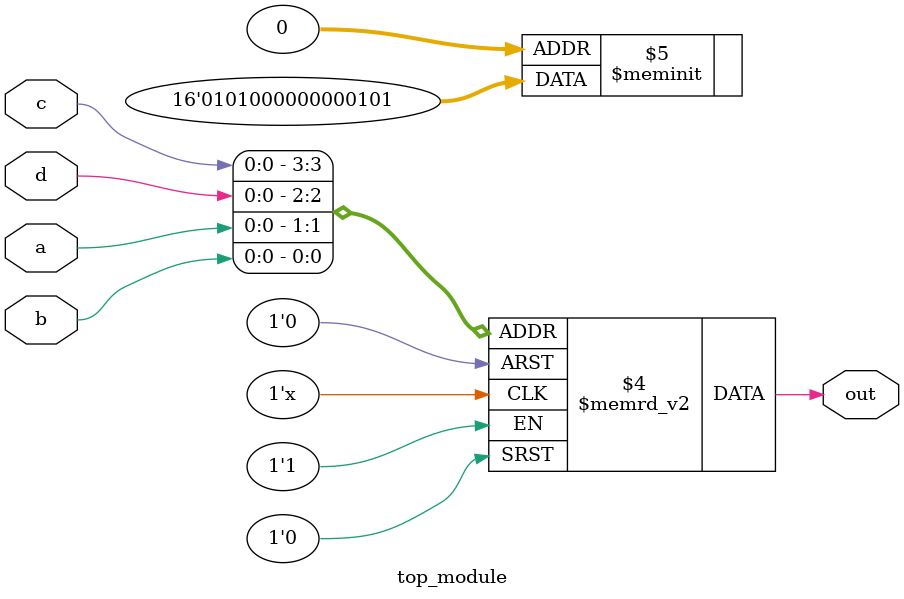
<source format=sv>
module top_module (
    input a,
    input b,
    input c,
    input d,
    output reg out
);

always @(*) begin
    case ({c, d, a, b})
        4'b0000, 4'b0010, 4'b1100, 4'b1110: out = 1'b1;
        4'b0001, 4'b0011, 4'b0100, 4'b0101, 4'b1000, 4'b1001, 4'b1101, 4'b1111: out = 1'b0;
        default: out = 1'b0; // Assign 0 for don't-care conditions
    endcase
end

endmodule

</source>
